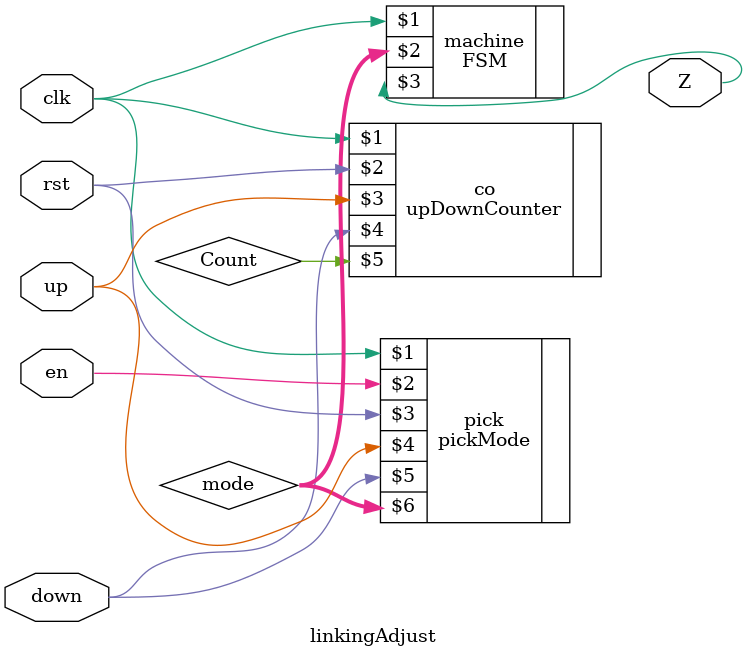
<source format=v>
`timescale 1ns / 1ps


module linkingAdjust(input clk, en, rst, up, down,output reg Z  );
wire [3:0] mode;
pickMode pick( clk, en, rst, up, down,  mode);
FSM machine( clk, mode,Z );
upDownCounter co( clk, rst, up, down,Count);
endmodule

</source>
